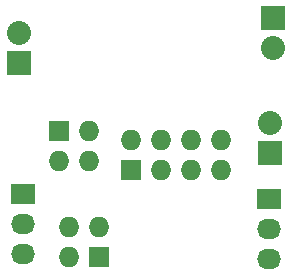
<source format=gbr>
G04 #@! TF.FileFunction,Soldermask,Bot*
%FSLAX46Y46*%
G04 Gerber Fmt 4.6, Leading zero omitted, Abs format (unit mm)*
G04 Created by KiCad (PCBNEW (after 2015-may-25 BZR unknown)-product) date 6/17/2015 12:04:09 AM*
%MOMM*%
G01*
G04 APERTURE LIST*
%ADD10C,0.100000*%
%ADD11R,2.032000X2.032000*%
%ADD12O,2.032000X2.032000*%
%ADD13R,1.727200X1.727200*%
%ADD14O,1.727200X1.727200*%
%ADD15R,2.032000X1.727200*%
%ADD16O,2.032000X1.727200*%
G04 APERTURE END LIST*
D10*
D11*
X24955500Y-25019000D03*
D12*
X24955500Y-22479000D03*
D11*
X46482000Y-21209000D03*
D12*
X46482000Y-23749000D03*
D13*
X34417000Y-34036000D03*
D14*
X34417000Y-31496000D03*
X36957000Y-34036000D03*
X36957000Y-31496000D03*
X39497000Y-34036000D03*
X39497000Y-31496000D03*
X42037000Y-34036000D03*
X42037000Y-31496000D03*
D13*
X31750000Y-41402000D03*
D14*
X29210000Y-41402000D03*
X31750000Y-38862000D03*
X29210000Y-38862000D03*
D11*
X46228000Y-32639000D03*
D12*
X46228000Y-30099000D03*
D15*
X25273000Y-36068000D03*
D16*
X25273000Y-38608000D03*
X25273000Y-41148000D03*
D15*
X46101000Y-36512500D03*
D16*
X46101000Y-39052500D03*
X46101000Y-41592500D03*
D13*
X28321000Y-30734000D03*
D14*
X30861000Y-30734000D03*
X28321000Y-33274000D03*
X30861000Y-33274000D03*
M02*

</source>
